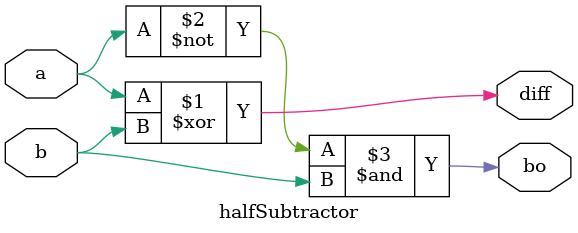
<source format=v>
module fullSubtractor(a,b, bo_in, diff, bo_out);
  input a,b,bo_in;
  output diff, bo_out;
  
  wire w1,b1,b2;
  
  halfSubtractor hs1(a,b,w1,b1);
  halfSubtractor hs2(w1, bo_in, diff, b2);
  
  assign bo_out = b1|b2;
  
endmodule

module halfSubtractor(a,b,diff,bo);
  input a, b;
  output diff, bo;
  
  wire temp;
  
  assign diff = a^b;
  assign bo = ~a&b;
  
endmodule

</source>
